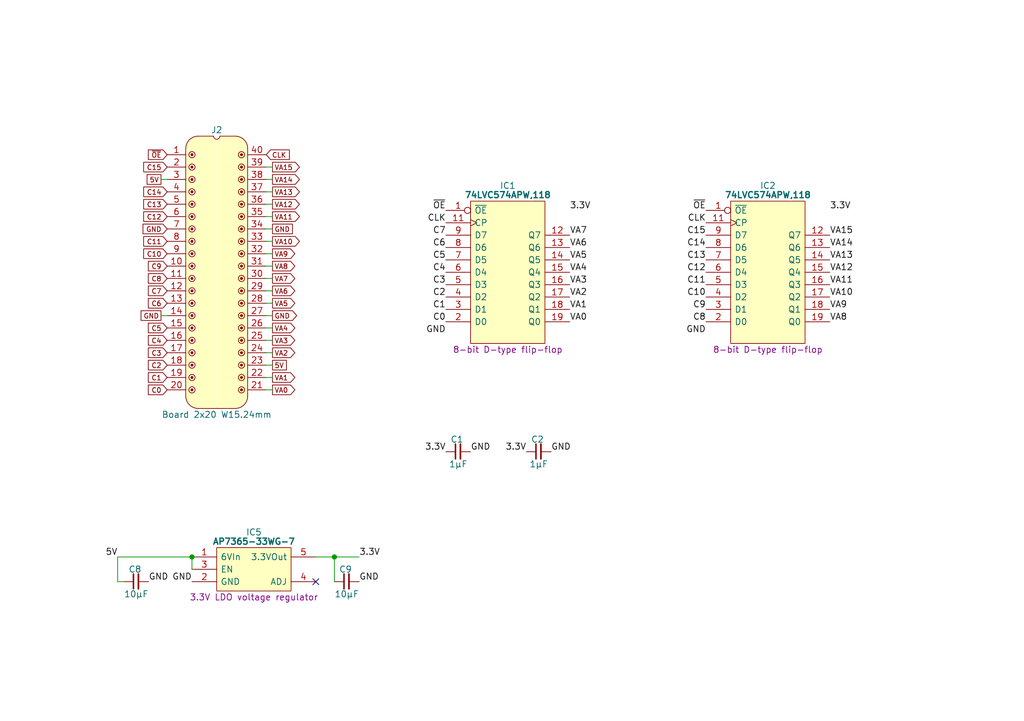
<source format=kicad_sch>
(kicad_sch (version 20250114) (generator "eeschema") (generator_version "9.0")
  (paper "A5")
  (title_block (title "16bit D Flip Flop") (date "2024-03-05") (rev "V0"))
  (lib_symbols
    (symbol "Diodes_Inc:AP7365-33WG-7" (pin_names (offset 0.762))
      (property "Reference" "IC" (at 12.7 5.08 0))
      (property "Value" "AP7365-33WG-7" (at 12.7 3.175 0))
      (property "Description" "3.3V LDO voltage regulator" (at 12.7 -8.255 0))
      (symbol "AP7365-33WG-7_0_0"
        (pin input line (at 0 -2.54 0) (length 5.08) (name "EN") (number "3"))
        (pin passive line (at 0 -5.08 0) (length 5.08) (name "GND") (number "2"))
        (pin passive line (at 25.4 -5.08 180) (length 5.08) (name "ADJ") (number "4"))
      )
      (symbol "AP7365-33WG-7_0_1"
        (polyline (pts (xy 5.08 1.905) (xy 20.32 1.905) (xy 20.32 -6.985) (xy 5.08 -6.985) (xy 5.08 1.905)) (fill (type background)))
      )
      (symbol "AP7365-33WG-7_1_0"
        (pin passive line (at 0 0 0) (length 5.08) (name "6VIn") (number "1"))
        (pin passive line (at 25.4 0 180) (length 5.08) (name "3.3VOut") (number "5"))
      )
    )
    (symbol "HCP65:Board_02x20_W15.24mm" (pin_names (offset 1.016) (hide yes))
      (property "Reference" "J" (at 0 5.08 0))
      (property "Value" "Board 2x20 W15.24mm" (at 0 -53.34 0))
      (symbol "Board_02x20_W15.24mm_0_1"
        (polyline (pts (xy -6.35 1.27) (xy -6.35 -49.53)))
        (arc (start -3.8102 -52.0698) (mid -5.6063 -51.3259) (end -6.3502 -49.5298))
        (arc (start -6.35 1.27) (mid -5.6061 3.0661) (end -3.81 3.81))
        (polyline (pts (xy -3.81 3.81) (xy -0.635 3.81)))
        (arc (start 0.635 3.81) (mid 0 3.175) (end -0.635 3.81))
        (polyline (pts (xy 0.635 3.81) (xy 3.81 3.81)))
        (polyline (pts (xy 3.8098 -52.0698) (xy -3.81 -52.07)))
        (arc (start 3.81 3.81) (mid 5.6061 3.0661) (end 6.35 1.27))
        (arc (start 6.3498 -49.5298) (mid 5.6059 -51.3259) (end 3.8098 -52.0698))
        (polyline (pts (xy 6.35 -49.53) (xy 6.35 1.27)))
      )
      (symbol "Board_02x20_W15.24mm_1_1"
        (polyline (pts (xy -6.35 1.27) (xy -6.096 2.286) (xy -5.588 3.048) (xy -4.826 3.556) (xy -4.064 3.81) (xy -0.762 3.81) (xy -0.508 3.302) (xy 0 3.048) (xy 0 -24.13) (xy -6.35 -24.13) (xy -6.35 1.27)) (stroke (width -0.0001)) (fill (type background)))
        (polyline (pts (xy -6.35 -24.13) (xy 0 -24.13) (xy 0 -52.07) (xy -3.81 -52.07) (xy -4.826 -51.816) (xy -5.588 -51.308) (xy -6.096 -50.546) (xy -6.35 -49.53)) (stroke (width -0.0001)) (fill (type background)))
        (circle (center -5.08 0) (radius 0.0001) (stroke (width 0.3)))
        (circle (center -5.08 0) (radius 0.635) (fill (type color) (color 255 255 255 1)))
        (circle (center -5.08 -2.54) (radius 0.0001) (stroke (width 0.3)))
        (circle (center -5.08 -2.54) (radius 0.635) (fill (type color) (color 255 255 255 1)))
        (circle (center -5.08 -5.08) (radius 0.0001) (stroke (width 0.3)))
        (circle (center -5.08 -5.08) (radius 0.635) (fill (type color) (color 255 255 255 1)))
        (circle (center -5.08 -7.62) (radius 0.0001) (stroke (width 0.3)))
        (circle (center -5.08 -7.62) (radius 0.635) (fill (type color) (color 255 255 255 1)))
        (circle (center -5.08 -10.16) (radius 0.0001) (stroke (width 0.3)))
        (circle (center -5.08 -10.16) (radius 0.635) (fill (type color) (color 255 255 255 1)))
        (circle (center -5.08 -12.7) (radius 0.0001) (stroke (width 0.3)))
        (circle (center -5.08 -12.7) (radius 0.635) (fill (type color) (color 255 255 255 1)))
        (circle (center -5.08 -15.24) (radius 0.0001) (stroke (width 0.3)))
        (circle (center -5.08 -15.24) (radius 0.635) (fill (type color) (color 255 255 255 1)))
        (circle (center -5.08 -17.78) (radius 0.0001) (stroke (width 0.3)))
        (circle (center -5.08 -17.78) (radius 0.635) (fill (type color) (color 255 255 255 1)))
        (circle (center -5.08 -20.32) (radius 0.0001) (stroke (width 0.3)))
        (circle (center -5.08 -20.32) (radius 0.635) (fill (type color) (color 255 255 255 1)))
        (circle (center -5.08 -22.86) (radius 0.0001) (stroke (width 0.3)))
        (circle (center -5.08 -22.86) (radius 0.635) (fill (type color) (color 255 255 255 1)))
        (circle (center -5.08 -25.4) (radius 0.0001) (stroke (width 0.3)))
        (circle (center -5.08 -25.4) (radius 0.635) (fill (type color) (color 255 255 255 1)))
        (circle (center -5.08 -27.94) (radius 0.0001) (stroke (width 0.3)))
        (circle (center -5.08 -27.94) (radius 0.635) (fill (type color) (color 255 255 255 1)))
        (circle (center -5.08 -30.48) (radius 0.0001) (stroke (width 0.3)))
        (circle (center -5.08 -30.48) (radius 0.635) (fill (type color) (color 255 255 255 1)))
        (circle (center -5.08 -33.02) (radius 0.0001) (stroke (width 0.3)))
        (circle (center -5.08 -33.02) (radius 0.635) (fill (type color) (color 255 255 255 1)))
        (circle (center -5.08 -35.56) (radius 0.0001) (stroke (width 0.3)))
        (circle (center -5.08 -35.56) (radius 0.635) (fill (type color) (color 255 255 255 1)))
        (circle (center -5.08 -38.1) (radius 0.0001) (stroke (width 0.3)))
        (circle (center -5.08 -38.1) (radius 0.635) (fill (type color) (color 255 255 255 1)))
        (circle (center -5.08 -40.64) (radius 0.0001) (stroke (width 0.3)))
        (circle (center -5.08 -40.64) (radius 0.635) (fill (type color) (color 255 255 255 1)))
        (circle (center -5.08 -43.18) (radius 0.0001) (stroke (width 0.3)))
        (circle (center -5.08 -43.18) (radius 0.635) (fill (type color) (color 255 255 255 1)))
        (circle (center -5.08 -45.72) (radius 0.0001) (stroke (width 0.3)))
        (circle (center -5.08 -45.72) (radius 0.635) (fill (type color) (color 255 255 255 1)))
        (circle (center -5.08 -48.26) (radius 0.0001) (stroke (width 0.3)))
        (circle (center -5.08 -48.26) (radius 0.635) (fill (type color) (color 255 255 255 1)))
        (circle (center 5.08 0) (radius 0.0001) (stroke (width 0.3)))
        (circle (center 5.08 0) (radius 0.635) (fill (type color) (color 255 255 255 1)))
        (circle (center 5.08 -2.54) (radius 0.0001) (stroke (width 0.3)))
        (circle (center 5.08 -2.54) (radius 0.635) (fill (type color) (color 255 255 255 1)))
        (circle (center 5.08 -5.08) (radius 0.0001) (stroke (width 0.3)))
        (circle (center 5.08 -5.08) (radius 0.635) (fill (type color) (color 255 255 255 1)))
        (circle (center 5.08 -7.62) (radius 0.0001) (stroke (width 0.3)))
        (circle (center 5.08 -7.62) (radius 0.635) (fill (type color) (color 255 255 255 1)))
        (circle (center 5.08 -10.16) (radius 0.0001) (stroke (width 0.3)))
        (circle (center 5.08 -10.16) (radius 0.635) (fill (type color) (color 255 255 255 1)))
        (circle (center 5.08 -12.7) (radius 0.0001) (stroke (width 0.3)))
        (circle (center 5.08 -12.7) (radius 0.635) (fill (type color) (color 255 255 255 1)))
        (circle (center 5.08 -15.24) (radius 0.0001) (stroke (width 0.3)))
        (circle (center 5.08 -15.24) (radius 0.635) (fill (type color) (color 255 255 255 1)))
        (circle (center 5.08 -17.78) (radius 0.0001) (stroke (width 0.3)))
        (circle (center 5.08 -17.78) (radius 0.635) (fill (type color) (color 255 255 255 1)))
        (circle (center 5.08 -20.32) (radius 0.0001) (stroke (width 0.3)))
        (circle (center 5.08 -20.32) (radius 0.635) (fill (type color) (color 255 255 255 1)))
        (circle (center 5.08 -22.86) (radius 0.0001) (stroke (width 0.3)))
        (circle (center 5.08 -22.86) (radius 0.635) (fill (type color) (color 255 255 255 1)))
        (circle (center 5.08 -25.4) (radius 0.0001) (stroke (width 0.3)))
        (circle (center 5.08 -25.4) (radius 0.635) (fill (type color) (color 255 255 255 1)))
        (circle (center 5.08 -27.94) (radius 0.0001) (stroke (width 0.3)))
        (circle (center 5.08 -27.94) (radius 0.635) (fill (type color) (color 255 255 255 1)))
        (circle (center 5.08 -30.48) (radius 0.0001) (stroke (width 0.3)))
        (circle (center 5.08 -30.48) (radius 0.635) (fill (type color) (color 255 255 255 1)))
        (circle (center 5.08 -33.02) (radius 0.0001) (stroke (width 0.3)))
        (circle (center 5.08 -33.02) (radius 0.635) (fill (type color) (color 255 255 255 1)))
        (circle (center 5.08 -35.56) (radius 0.0001) (stroke (width 0.3)))
        (circle (center 5.08 -35.56) (radius 0.635) (fill (type color) (color 255 255 255 1)))
        (circle (center 5.08 -38.1) (radius 0.0001) (stroke (width 0.3)))
        (circle (center 5.08 -38.1) (radius 0.635) (fill (type color) (color 255 255 255 1)))
        (circle (center 5.08 -40.64) (radius 0.0001) (stroke (width 0.3)))
        (circle (center 5.08 -40.64) (radius 0.635) (fill (type color) (color 255 255 255 1)))
        (circle (center 5.08 -43.18) (radius 0.0001) (stroke (width 0.3)))
        (circle (center 5.08 -43.18) (radius 0.635) (fill (type color) (color 255 255 255 1)))
        (circle (center 5.08 -45.72) (radius 0.0001) (stroke (width 0.3)))
        (circle (center 5.08 -45.72) (radius 0.635) (fill (type color) (color 255 255 255 1)))
        (circle (center 5.08 -48.26) (radius 0.0001) (stroke (width 0.3)))
        (circle (center 5.08 -48.26) (radius 0.635) (fill (type color) (color 255 255 255 1)))
        (polyline (pts (xy 6.35 1.27) (xy 6.096 2.286) (xy 5.588 3.048) (xy 4.826 3.556) (xy 4.064 3.81) (xy 0.762 3.81) (xy 0.508 3.302) (xy 0 3.048) (xy 0 -24.13) (xy 6.35 -24.13) (xy 6.35 1.27)) (stroke (width -0.0001)) (fill (type background)))
        (polyline (pts (xy 6.35 -24.13) (xy 0 -24.13) (xy 0 -52.07) (xy 3.81 -52.07) (xy 4.826 -51.816) (xy 5.588 -51.308) (xy 6.096 -50.546) (xy 6.35 -49.53)) (stroke (width -0.0001)) (fill (type background)))
        (pin passive line (at -10.16 0 0) (length 3.81) (name "") (number "1"))
        (pin passive line (at -10.16 -2.54 0) (length 3.81) (name "") (number "2"))
        (pin passive line (at -10.16 -5.08 0) (length 3.81) (name "") (number "3"))
        (pin passive line (at -10.16 -7.62 0) (length 3.81) (name "") (number "4"))
        (pin passive line (at -10.16 -10.16 0) (length 3.81) (name "") (number "5"))
        (pin passive line (at -10.16 -12.7 0) (length 3.81) (name "") (number "6"))
        (pin passive line (at -10.16 -15.24 0) (length 3.81) (name "") (number "7"))
        (pin passive line (at -10.16 -17.78 0) (length 3.81) (name "") (number "8"))
        (pin passive line (at -10.16 -20.32 0) (length 3.81) (name "") (number "9"))
        (pin passive line (at -10.16 -22.86 0) (length 3.81) (name "") (number "10"))
        (pin passive line (at -10.16 -25.4 0) (length 3.81) (name "") (number "11"))
        (pin passive line (at -10.16 -27.94 0) (length 3.81) (name "") (number "12"))
        (pin passive line (at -10.16 -30.48 0) (length 3.81) (name "") (number "13"))
        (pin passive line (at -10.16 -33.02 0) (length 3.81) (name "") (number "14"))
        (pin passive line (at -10.16 -35.56 0) (length 3.81) (name "") (number "15"))
        (pin passive line (at -10.16 -38.1 0) (length 3.81) (name "") (number "16"))
        (pin passive line (at -10.16 -40.64 0) (length 3.81) (name "") (number "17"))
        (pin passive line (at -10.16 -43.18 0) (length 3.81) (name "") (number "18"))
        (pin passive line (at -10.16 -45.72 0) (length 3.81) (name "") (number "19"))
        (pin passive line (at -10.16 -48.26 0) (length 3.81) (name "") (number "20"))
        (pin passive line (at 10.16 0 180) (length 3.81) (name "") (number "40"))
        (pin passive line (at 10.16 -2.54 180) (length 3.81) (name "") (number "39"))
        (pin passive line (at 10.16 -5.08 180) (length 3.81) (name "") (number "38"))
        (pin passive line (at 10.16 -7.62 180) (length 3.81) (name "") (number "37"))
        (pin passive line (at 10.16 -10.16 180) (length 3.81) (name "") (number "36"))
        (pin passive line (at 10.16 -12.7 180) (length 3.81) (name "") (number "35"))
        (pin passive line (at 10.16 -15.24 180) (length 3.81) (name "") (number "34"))
        (pin passive line (at 10.16 -17.78 180) (length 3.81) (name "") (number "33"))
        (pin passive line (at 10.16 -20.32 180) (length 3.81) (name "") (number "32"))
        (pin passive line (at 10.16 -22.86 180) (length 3.81) (name "") (number "31"))
        (pin passive line (at 10.16 -25.4 180) (length 3.81) (name "") (number "30"))
        (pin passive line (at 10.16 -27.94 180) (length 3.81) (name "") (number "29"))
        (pin passive line (at 10.16 -30.48 180) (length 3.81) (name "") (number "28"))
        (pin passive line (at 10.16 -33.02 180) (length 3.81) (name "") (number "27"))
        (pin passive line (at 10.16 -35.56 180) (length 3.81) (name "") (number "26"))
        (pin passive line (at 10.16 -38.1 180) (length 3.81) (name "") (number "25"))
        (pin passive line (at 10.16 -40.64 180) (length 3.81) (name "") (number "24"))
        (pin passive line (at 10.16 -43.18 180) (length 3.81) (name "") (number "23"))
        (pin passive line (at 10.16 -45.72 180) (length 3.81) (name "") (number "22"))
        (pin passive line (at 10.16 -48.26 180) (length 3.81) (name "") (number "21"))
      )
    )
    (symbol "HCP65:C_0805" (pin_numbers (hide yes)) (pin_names (offset 0.254) (hide yes))
      (property "Reference" "C" (at 2.286 2.54 0))
      (property "Value" "?μF" (at 2.54 -2.54 0))
      (symbol "C_0805_0_1"
        (polyline (pts (xy 1.9685 -1.4605) (xy 1.9685 1.5875)) (stroke (width 0.3048)))
        (polyline (pts (xy 2.9845 -1.4605) (xy 2.9845 1.5875)) (stroke (width 0.3302)))
      )
      (symbol "C_0805_1_1"
        (pin passive line (at 0 0 0) (length 2.032) (name "~") (number "1"))
        (pin passive line (at 5.08 0 180) (length 2.032) (name "~") (number "2"))
      )
    )
    (symbol "Nexperia:74LVC574APW,118" (pin_names (offset 0.762))
      (property "Reference" "IC" (at 12.7 5.08 0))
      (property "Value" "74LVC574APW,118" (at 12.7 3.175 0))
      (property "Description" "8-bit D-type flip-flop" (at 12.7 -28.575 0))
      (symbol "74LVC574APW,118_0_0"
        (pin input inverted (at 0 0 0) (length 5.08) (name "~{OE}") (number "1"))
        (pin input clock (at 0 -2.54 0) (length 5.08) (name "CP") (number "11"))
        (pin input line (at 0 -5.08 0) (length 5.08) (name "D7") (number "9"))
        (pin input line (at 0 -7.62 0) (length 5.08) (name "D6") (number "8"))
        (pin input line (at 0 -10.16 0) (length 5.08) (name "D5") (number "7"))
        (pin input line (at 0 -12.7 0) (length 5.08) (name "D4") (number "6"))
        (pin input line (at 0 -15.24 0) (length 5.08) (name "D3") (number "5"))
        (pin input line (at 0 -17.78 0) (length 5.08) (name "D2") (number "4"))
        (pin input line (at 0 -20.32 0) (length 5.08) (name "D1") (number "3"))
        (pin input line (at 0 -22.86 0) (length 5.08) (name "D0") (number "2"))
        (pin passive line (at 0 -25.4 0) (length 5.08) (hide yes) (name "GND") (number "10"))
        (pin passive line (at 25.4 0 180) (length 5.08) (hide yes) (name "3V") (number "20"))
        (pin tri_state line (at 25.4 -7.62 180) (length 5.08) (name "Q6") (number "13"))
        (pin tri_state line (at 25.4 -10.16 180) (length 5.08) (name "Q5") (number "14"))
        (pin tri_state line (at 25.4 -12.7 180) (length 5.08) (name "Q4") (number "15"))
        (pin tri_state line (at 25.4 -15.24 180) (length 5.08) (name "Q3") (number "16"))
        (pin tri_state line (at 25.4 -17.78 180) (length 5.08) (name "Q2") (number "17"))
        (pin tri_state line (at 25.4 -20.32 180) (length 5.08) (name "Q1") (number "18"))
        (pin tri_state line (at 25.4 -22.86 180) (length 5.08) (name "Q0") (number "19"))
      )
      (symbol "74LVC574APW,118_0_1"
        (polyline (pts (xy 5.08 1.905) (xy 20.32 1.905) (xy 20.32 -27.305) (xy 5.08 -27.305) (xy 5.08 1.905)) (stroke (width 0.1524)) (fill (type background)))
      )
      (symbol "74LVC574APW,118_1_0"
        (pin tri_state line (at 25.4 -5.08 180) (length 5.08) (name "Q7") (number "12"))
      )
    )
  )
  (junction (at 39.37 114.3))
  (junction (at 68.58 114.3))
  (no_connect (at 64.77 119.38))
  (wire (pts (xy 68.58 119.38) (xy 68.58 114.3)))
  (wire (pts (xy 24.13 114.3) (xy 39.37 114.3)))
  (wire (pts (xy 55.88 49.53) (xy 54.61 49.53)))
  (wire (pts (xy 55.88 46.99) (xy 54.61 46.99)))
  (wire (pts (xy 55.88 64.77) (xy 54.61 64.77)))
  (wire (pts (xy 55.88 69.85) (xy 54.61 69.85)))
  (wire (pts (xy 55.88 67.31) (xy 54.61 67.31)))
  (wire (pts (xy 39.37 114.3) (xy 39.37 116.84)))
  (wire (pts (xy 55.88 72.39) (xy 54.61 72.39)))
  (wire (pts (xy 33.02 64.77) (xy 34.29 64.77)))
  (wire (pts (xy 55.88 57.15) (xy 54.61 57.15)))
  (wire (pts (xy 55.88 36.83) (xy 54.61 36.83)))
  (wire (pts (xy 64.77 114.3) (xy 68.58 114.3)))
  (wire (pts (xy 55.88 44.45) (xy 54.61 44.45)))
  (wire (pts (xy 55.88 59.69) (xy 54.61 59.69)))
  (wire (pts (xy 55.88 54.61) (xy 54.61 54.61)))
  (wire (pts (xy 24.13 114.3) (xy 24.13 119.38)))
  (wire (pts (xy 55.88 39.37) (xy 54.61 39.37)))
  (wire (pts (xy 55.88 77.47) (xy 54.61 77.47)))
  (wire (pts (xy 55.88 80.01) (xy 54.61 80.01)))
  (wire (pts (xy 33.02 36.83) (xy 34.29 36.83)))
  (wire (pts (xy 24.13 119.38) (xy 25.4 119.38)))
  (wire (pts (xy 55.88 34.29) (xy 54.61 34.29)))
  (wire (pts (xy 55.88 52.07) (xy 54.61 52.07)))
  (wire (pts (xy 55.88 74.93) (xy 54.61 74.93)))
  (wire (pts (xy 55.88 41.91) (xy 54.61 41.91)))
  (wire (pts (xy 68.58 114.3) (xy 73.66 114.3)))
  (wire (pts (xy 55.88 62.23) (xy 54.61 62.23)))
  (label "VA0" (at 116.84 66.04 0))
  (label "C8" (at 144.78 66.04 180))
  (label "VA1" (at 116.84 63.5 0))
  (label "C4" (at 91.44 55.88 180))
  (label "GND" (at 73.66 119.38 0))
  (label "C12" (at 144.78 55.88 180))
  (label "VA14" (at 170.18 50.8 0))
  (label "C15" (at 144.78 48.26 180))
  (label "VA9" (at 170.18 63.5 0))
  (label "VA2" (at 116.84 60.96 0))
  (label "C0" (at 91.44 66.04 180))
  (label "C13" (at 144.78 53.34 180))
  (label "VA15" (at 170.18 48.26 0))
  (label "C3" (at 91.44 58.42 180))
  (label "C11" (at 144.78 58.42 180))
  (label "GND" (at 30.48 119.38 0))
  (label "5V" (at 24.13 114.3 180))
  (label "VA6" (at 116.84 50.8 0))
  (label "CLK" (at 91.44 45.72 180))
  (label "3.3V" (at 116.84 43.18 0))
  (label "GND" (at 39.37 119.38 180))
  (label "GND" (at 144.78 68.58 180))
  (label "VA10" (at 170.18 60.96 0))
  (label "3.3V" (at 170.18 43.18 0))
  (label "GND" (at 113.03 92.71 0))
  (label "CLK" (at 144.78 45.72 180))
  (label "VA5" (at 116.84 53.34 0))
  (label "3.3V" (at 107.95 92.71 180))
  (label "C10" (at 144.78 60.96 180))
  (label "3.3V" (at 91.44 92.71 180))
  (label "VA7" (at 116.84 48.26 0))
  (label "~{OE}" (at 91.44 43.18 180))
  (label "VA11" (at 170.18 58.42 0))
  (label "C6" (at 91.44 50.8 180))
  (label "VA8" (at 170.18 66.04 0))
  (label "3.3V" (at 73.66 114.3 0))
  (label "C7" (at 91.44 48.26 180))
  (label "C5" (at 91.44 53.34 180))
  (label "C1" (at 91.44 63.5 180))
  (label "GND" (at 91.44 68.58 180))
  (label "VA3" (at 116.84 58.42 0))
  (label "GND" (at 96.52 92.71 0))
  (label "C9" (at 144.78 63.5 180))
  (label "VA12" (at 170.18 55.88 0))
  (label "VA4" (at 116.84 55.88 0))
  (label "C14" (at 144.78 50.8 180))
  (label "C2" (at 91.44 60.96 180))
  (label "~{OE}" (at 144.78 43.18 180))
  (label "VA13" (at 170.18 53.34 0))
  (global_label "VA5" (shape output) (at 55.88 62.23 0) (effects (font (size 1 1))) (property "Intersheetrefs" "${INTERSHEET_REFS}" (effects (hide yes))))
  (global_label "C7" (shape input) (at 34.29 59.69 180) (effects (font (size 1 1))) (property "Intersheetrefs" "${INTERSHEET_REFS}" (effects (hide yes))))
  (global_label "GND" (shape passive) (at 55.88 46.99 0) (effects (font (size 1 1))) (property "Intersheetrefs" "${INTERSHEET_REFS}" (effects (hide yes))))
  (global_label "VA0" (shape output) (at 55.88 80.01 0) (effects (font (size 1 1))) (property "Intersheetrefs" "${INTERSHEET_REFS}" (effects (hide yes))))
  (global_label "VA15" (shape output) (at 55.88 34.29 0) (effects (font (size 1 1))) (property "Intersheetrefs" "${INTERSHEET_REFS}" (effects (hide yes))))
  (global_label "VA2" (shape output) (at 55.88 72.39 0) (effects (font (size 1 1))) (property "Intersheetrefs" "${INTERSHEET_REFS}" (effects (hide yes))))
  (global_label "~{OE}" (shape input) (at 34.29 31.75 180) (effects (font (size 1 1))) (property "Intersheetrefs" "${INTERSHEET_REFS}" (effects (hide yes))))
  (global_label "VA6" (shape output) (at 55.88 59.69 0) (effects (font (size 1 1))) (property "Intersheetrefs" "${INTERSHEET_REFS}" (effects (hide yes))))
  (global_label "C9" (shape input) (at 34.29 54.61 180) (effects (font (size 1 1))) (property "Intersheetrefs" "${INTERSHEET_REFS}" (effects (hide yes))))
  (global_label "C6" (shape input) (at 34.29 62.23 180) (effects (font (size 1 1))) (property "Intersheetrefs" "${INTERSHEET_REFS}" (effects (hide yes))))
  (global_label "5V" (shape passive) (at 55.88 74.93 0) (effects (font (size 1 1))) (property "Intersheetrefs" "${INTERSHEET_REFS}" (effects (hide yes))))
  (global_label "C1" (shape input) (at 34.29 77.47 180) (effects (font (size 1 1))) (property "Intersheetrefs" "${INTERSHEET_REFS}" (effects (hide yes))))
  (global_label "VA10" (shape output) (at 55.88 49.53 0) (effects (font (size 1 1))) (property "Intersheetrefs" "${INTERSHEET_REFS}" (effects (hide yes))))
  (global_label "C14" (shape input) (at 34.29 39.37 180) (effects (font (size 1 1))) (property "Intersheetrefs" "${INTERSHEET_REFS}" (effects (hide yes))))
  (global_label "GND" (shape passive) (at 33.02 64.77 180) (effects (font (size 1 1))) (property "Intersheetrefs" "${INTERSHEET_REFS}" (effects (hide yes))))
  (global_label "C2" (shape input) (at 34.29 74.93 180) (effects (font (size 1 1))) (property "Intersheetrefs" "${INTERSHEET_REFS}" (effects (hide yes))))
  (global_label "CLK" (shape input) (at 54.61 31.75 0) (effects (font (size 1 1))) (property "Intersheetrefs" "${INTERSHEET_REFS}" (effects (hide yes))))
  (global_label "GND" (shape input) (at 34.29 46.99 180) (effects (font (size 1 1))) (property "Intersheetrefs" "${INTERSHEET_REFS}" (effects (hide yes))))
  (global_label "C3" (shape input) (at 34.29 72.39 180) (effects (font (size 1 1))) (property "Intersheetrefs" "${INTERSHEET_REFS}" (effects (hide yes))))
  (global_label "C15" (shape input) (at 34.29 34.29 180) (effects (font (size 1 1))) (property "Intersheetrefs" "${INTERSHEET_REFS}" (effects (hide yes))))
  (global_label "C11" (shape input) (at 34.29 49.53 180) (effects (font (size 1 1))) (property "Intersheetrefs" "${INTERSHEET_REFS}" (effects (hide yes))))
  (global_label "C13" (shape input) (at 34.29 41.91 180) (effects (font (size 1 1))) (property "Intersheetrefs" "${INTERSHEET_REFS}" (effects (hide yes))))
  (global_label "VA14" (shape output) (at 55.88 36.83 0) (effects (font (size 1 1))) (property "Intersheetrefs" "${INTERSHEET_REFS}" (effects (hide yes))))
  (global_label "VA8" (shape output) (at 55.88 54.61 0) (effects (font (size 1 1))) (property "Intersheetrefs" "${INTERSHEET_REFS}" (effects (hide yes))))
  (global_label "VA4" (shape output) (at 55.88 67.31 0) (effects (font (size 1 1))) (property "Intersheetrefs" "${INTERSHEET_REFS}" (effects (hide yes))))
  (global_label "C10" (shape input) (at 34.29 52.07 180) (effects (font (size 1 1))) (property "Intersheetrefs" "${INTERSHEET_REFS}" (effects (hide yes))))
  (global_label "C0" (shape input) (at 34.29 80.01 180) (effects (font (size 1 1))) (property "Intersheetrefs" "${INTERSHEET_REFS}" (effects (hide yes))))
  (global_label "VA3" (shape output) (at 55.88 69.85 0) (effects (font (size 1 1))) (property "Intersheetrefs" "${INTERSHEET_REFS}" (effects (hide yes))))
  (global_label "GND" (shape output) (at 55.88 64.77 0) (effects (font (size 1 1))) (property "Intersheetrefs" "${INTERSHEET_REFS}" (effects (hide yes))))
  (global_label "5V" (shape passive) (at 33.02 36.83 180) (effects (font (size 1 1))) (property "Intersheetrefs" "${INTERSHEET_REFS}" (effects (hide yes))))
  (global_label "VA9" (shape output) (at 55.88 52.07 0) (effects (font (size 1 1))) (property "Intersheetrefs" "${INTERSHEET_REFS}" (effects (hide yes))))
  (global_label "VA11" (shape output) (at 55.88 44.45 0) (effects (font (size 1 1))) (property "Intersheetrefs" "${INTERSHEET_REFS}" (effects (hide yes))))
  (global_label "VA7" (shape output) (at 55.88 57.15 0) (effects (font (size 1 1))) (property "Intersheetrefs" "${INTERSHEET_REFS}" (effects (hide yes))))
  (global_label "C8" (shape input) (at 34.29 57.15 180) (effects (font (size 1 1))) (property "Intersheetrefs" "${INTERSHEET_REFS}" (effects (hide yes))))
  (global_label "C4" (shape input) (at 34.29 69.85 180) (effects (font (size 1 1))) (property "Intersheetrefs" "${INTERSHEET_REFS}" (effects (hide yes))))
  (global_label "VA13" (shape output) (at 55.88 39.37 0) (effects (font (size 1 1))) (property "Intersheetrefs" "${INTERSHEET_REFS}" (effects (hide yes))))
  (global_label "VA1" (shape output) (at 55.88 77.47 0) (effects (font (size 1 1))) (property "Intersheetrefs" "${INTERSHEET_REFS}" (effects (hide yes))))
  (global_label "C12" (shape input) (at 34.29 44.45 180) (effects (font (size 1 1))) (property "Intersheetrefs" "${INTERSHEET_REFS}" (effects (hide yes))))
  (global_label "VA12" (shape output) (at 55.88 41.91 0) (effects (font (size 1 1))) (property "Intersheetrefs" "${INTERSHEET_REFS}" (effects (hide yes))))
  (global_label "C5" (shape input) (at 34.29 67.31 180) (effects (font (size 1 1))) (property "Intersheetrefs" "${INTERSHEET_REFS}" (effects (hide yes))))
  (symbol (lib_id "HCP65:C_0805") (at 107.95 92.71 0) (unit 1)
    (property "Reference" "C2" (at 110.236 90.17 0))
    (property "Value" "1μF" (at 110.49 95.25 0))
    (property "Footprint" "SamacSys_Parts:C_0805" (effects (hide yes)))
  )
  (symbol (lib_id "Nexperia:74LVC574APW,118") (at 144.78 43.18 0) (unit 1)
    (property "Reference" "IC2" (at 157.48 38.1 0))
    (property "Value" "74LVC574APW,118" (at 157.48 40.005 0) (effects (font (bold yes))))
    (property "Footprint" "SamacSys_Parts:SOP65P640X110-20N" (effects (hide yes)))
    (property "Datasheet" "https://assets.nexperia.com/documents/data-sheet/74LVC574A.pdf" (effects (hide yes)))
    (property "Description" "8-bit D-type flip-flop" (at 157.48 71.755 0))
    (property "Height" "1.1" (effects (hide yes)))
    (property "Manufacturer_Name" "Nexperia" (effects (hide yes)))
    (property "Manufacturer_Part_Number" "74LVC574APW,118" (effects (hide yes)))
    (property "Mouser Part Number" "771-74LVC574APW-T" (effects (hide yes)))
    (property "Mouser Price/Stock" "https://www.mouser.co.uk/ProductDetail/Nexperia/74LVC574APW118?qs=me8TqzrmIYXFXrN3QSTUuw%3D%3D" (effects (hide yes)))
    (property "Silkscreen" "74LVC574" (effects (hide yes)))
    (property "Garbage" "74LVC574A - Octal D-type flip-flop with 5 V tolerant inputs/outputs; positive edge-trigger (3-state)@en-us" (effects (hide yes)))
  )
  (symbol (lib_id "HCP65:C_0805") (at 25.4 119.38 0) (unit 1)
    (property "Reference" "C8" (at 27.686 116.84 0))
    (property "Value" "10µF" (at 25.4 121.92 0) (effects (justify left)))
    (property "Footprint" "SamacSys_Parts:C_0805" (effects (hide yes)))
  )
  (symbol (lib_id "Nexperia:74LVC574APW,118") (at 91.44 43.18 0) (unit 1)
    (property "Reference" "IC1" (at 104.14 38.1 0))
    (property "Value" "74LVC574APW,118" (at 104.14 40.005 0) (effects (font (bold yes))))
    (property "Footprint" "SamacSys_Parts:SOP65P640X110-20N" (effects (hide yes)))
    (property "Datasheet" "https://assets.nexperia.com/documents/data-sheet/74LVC574A.pdf" (effects (hide yes)))
    (property "Description" "8-bit D-type flip-flop" (at 104.14 71.755 0))
    (property "Height" "1.1" (effects (hide yes)))
    (property "Manufacturer_Name" "Nexperia" (effects (hide yes)))
    (property "Manufacturer_Part_Number" "74LVC574APW,118" (effects (hide yes)))
    (property "Mouser Part Number" "771-74LVC574APW-T" (effects (hide yes)))
    (property "Mouser Price/Stock" "https://www.mouser.co.uk/ProductDetail/Nexperia/74LVC574APW118?qs=me8TqzrmIYXFXrN3QSTUuw%3D%3D" (effects (hide yes)))
    (property "Silkscreen" "74LVC574" (effects (hide yes)))
    (property "Garbage" "74LVC574A - Octal D-type flip-flop with 5 V tolerant inputs/outputs; positive edge-trigger (3-state)@en-us" (effects (hide yes)))
  )
  (symbol (lib_id "Diodes_Inc:AP7365-33WG-7") (at 39.37 114.3 0) (unit 1)
    (property "Reference" "IC5" (at 52.07 109.22 0))
    (property "Value" "AP7365-33WG-7" (at 52.07 111.125 0) (effects (font (bold yes))))
    (property "Footprint" "SamacSys_Parts:SOT95P285X130-5N" (effects (hide yes)))
    (property "Datasheet" "https://componentsearchengine.com/Datasheets/1/AP7365-33WG-7.pdf" (effects (hide yes)))
    (property "Description" "3.3V LDO voltage regulator" (at 52.07 122.555 0))
    (property "Height" "1.3" (effects (hide yes)))
    (property "Manufacturer_Name" "Diodes Inc." (effects (hide yes)))
    (property "Manufacturer_Part_Number" "AP7365-33WG-7" (effects (hide yes)))
    (property "Mouser Part Number" "621-AP7365-33WG-7" (effects (hide yes)))
    (property "Mouser Price/Stock" "https://www.mouser.co.uk/ProductDetail/Diodes-Incorporated/AP7365-33WG-7?qs=abZ1nkZpTuOZFvxvoFPL0w%3D%3D" (effects (hide yes)))
    (property "Arrow Part Number" "AP7365-33WG-7" (effects (hide yes)))
    (property "Arrow Price/Stock" "https://www.arrow.com/en/products/ap7365-33wg-7/diodes-incorporated?region=nac" (effects (hide yes)))
    (property "Silkscreen" "AP7365" (effects (hide yes)))
  )
  (symbol (lib_id "HCP65:C_0805") (at 68.58 119.38 0) (unit 1)
    (property "Reference" "C9" (at 70.866 116.84 0))
    (property "Value" "10µF" (at 68.58 121.92 0) (effects (justify left)))
    (property "Footprint" "SamacSys_Parts:C_0805" (effects (hide yes)))
  )
  (symbol (lib_id "HCP65:Board_02x20_W15.24mm") (at 44.45 31.75 0) (unit 1)
    (property "Reference" "J2" (at 44.45 26.67 0))
    (property "Value" "Board 2x20 W15.24mm" (at 44.45 85.09 0))
    (property "Footprint" "SamacSys_Parts:DIP-40_Board_W15.24mm" (effects (hide yes)))
  )
  (symbol (lib_id "HCP65:C_0805") (at 91.44 92.71 0) (unit 1)
    (property "Reference" "C1" (at 93.726 90.17 0))
    (property "Value" "1μF" (at 93.98 95.25 0))
    (property "Footprint" "SamacSys_Parts:C_0805" (effects (hide yes)))
  )
)
</source>
